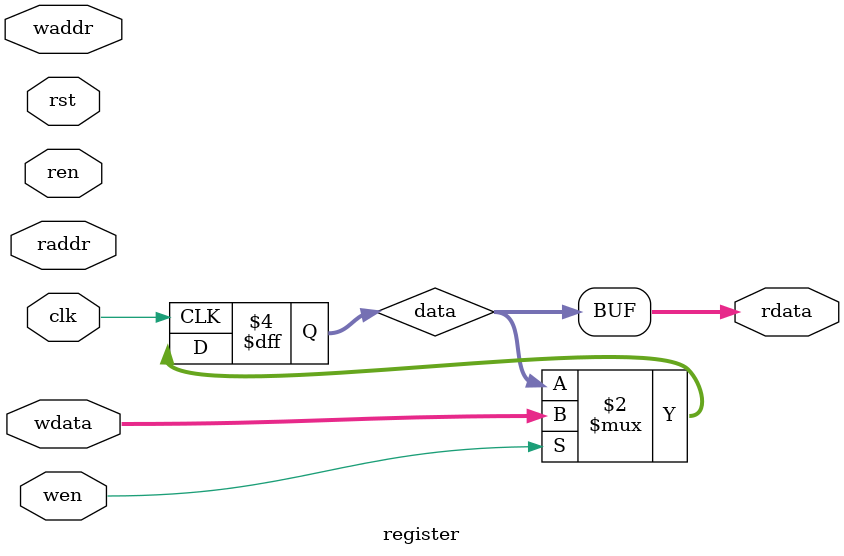
<source format=v>
module load();
endmodule // load

module store();
endmodule // store

module ne(input [31:0]  in0, input [31:0] in1, output [0:0] out);
   assign out = in0 != in1;
endmodule

module sext(input [31:0]  in, output [63:0] out);
   assign out = {32'b0, in};
endmodule

module add(input [WIDTH - 1:0]  in0, input [WIDTH - 1:0] in1, output [WIDTH - 1:0] out);
   parameter WIDTH = 1;
   
   assign out = in0 + in1;
endmodule

module sub(input [WIDTH - 1:0]  in0, input [WIDTH - 1:0] in1, output [WIDTH - 1:0] out);
   parameter WIDTH = 1;
   
   assign out = in0 - in1;
endmodule

module mul(input [WIDTH - 1:0]  in0, input [WIDTH - 1:0] in1, output [WIDTH - 1:0] out);
   parameter WIDTH = 1;
   
   assign out = in0 * in1;
endmodule

module getelementptr_1(input [31:0]  base_addr, input [31:0] in1, output [31:0] out);
   assign out = base_addr + in1;
endmodule

module getelementptr_2(input [31:0]  base_addr, input [31:0] in1, input [31:0] in2, output [31:0] out);
   assign out = base_addr + in1 + in2;
endmodule

module eq(input [31:0]  in0, input [31:0] in1, output [0:0] out);
   assign out = in0 == in1;
endmodule

module sgt(input [31:0]  in0, input [31:0] in1, output [0:0] out);
   assign out = $signed(in0) > $signed(in1);
endmodule

module slt(input [31:0]  in0, input [31:0] in1, output [0:0] out);
   assign out = $signed(in0) < $signed(in1);
endmodule

module ret();
endmodule

module phi_2(input [31:0] last_block,
             input [31:0] s0,
             input [31:0] s1,             
             input [31:0] in0,
             input [31:0] in1,
             output [31:0] out);

   reg [31:0]              out_reg;
   

    always @(*) begin
       //$display("In phi: last_block == %d, but s0 == %d, and s1 == %d", last_block, s0, s1);
      if (last_block == s0) begin
         out_reg = in0;
      end else if (last_block == s1) begin
         out_reg = in1;
      end else begin
         $display("Error: last_block == %d, but s0 == %d, and s1 == %d", last_block, s0, s1);
      end

      
      // else begin
      //    $display("Error: last_block == %d, but s0 == %d, and s1 == %d", last_block, s0, s1);
      //    $finish();
      // end

   end

   assign out = out_reg;
   
   
endmodule

module phi_3(input [31:0] last_block,
             input [31:0]  s0,
             input [31:0]  s1,
             input [31:0]  s2, 
             input [31:0]  in0,
             input [31:0]  in1,
             input [31:0]  in2,             
             output [31:0] out);

   reg [31:0]              out_reg;
   

    always @(*) begin

      if (last_block == s0) begin
         out_reg = in0;
      end else if (last_block == s1) begin
         out_reg = in1;
      end else if (last_block == s2) begin
         out_reg = in2;
      end else begin
         $display("Error: last_block == %d, but s0 == %d, and s1 == %d, and s2== %d", last_block, s0, s1, s2);
      end

   end

   assign out = out_reg;
   
   
endmodule

module br_dummy();
endmodule

module select(input sel, input [31:0] in0, input [31:0] in1, output [31:0] out);
   assign out = sel ? in1 : in0;
endmodule


module axi_write_handler(input clk,
                         input                           rst,

                         // User facing API
                         input [DATA_WIDTH - 1 : 0]      write_data,
                         input [ADDR_WIDTH - 1 : 0]      write_addr,
                         input                           start_write,

                         output                          ready,
                         output                          valid,

                         // AXI module API
                         output reg                      s_axil_awvalid,
                         output reg                      s_axil_wvalid,

                         output reg [DATA_WIDTH - 1 : 0] s_axil_wdata,
                         output reg [ADDR_WIDTH - 1 : 0] s_axil_awaddr,

                         input                           s_axil_bvalid,
                         input [1:0]                     s_axil_bresp,

                         output [STRB_WIDTH-1:0]         s_axil_wstrb,
                         output                          s_axil_bready
                        );

   parameter DATA_WIDTH = 32;
   parameter ADDR_WIDTH = 5;
   parameter STRB_WIDTH = (DATA_WIDTH/8);

   reg                         ready_reg;
   reg                         valid_reg;
   
   assign ready = ready_reg;
   assign valid = valid_reg;
   
   assign s_axil_bready = 1'b1;
   assign s_axil_wstrb = 5'b11111;
   
   always @(posedge clk) begin
      if (rst) begin
         ready_reg <= 1;
         valid_reg <= 0;

         s_axil_wvalid <= 0;
         s_axil_awvalid <= 0;

         $display("Reset");
         
      end else if (start_write) begin

         s_axil_wvalid <= 1;
         s_axil_awvalid <= 1;

         s_axil_wdata <= write_data;
         s_axil_awaddr <= {write_addr, 2'b0};

         ready_reg <= 0;
         valid_reg <= 0;

      end else if (s_axil_bvalid && (!s_axil_bresp)) begin
         $display("s_axil_bvalid = %d", s_axil_bvalid);
         
         ready_reg <= 1;
         valid_reg <= 1;

         s_axil_wvalid <= 0;
         s_axil_awvalid <= 0;
      end
   end

endmodule // axi_write_handler

module axi_read_handler(input clk,
                        input                           rst,

                        // User facing API
                        output reg [DATA_WIDTH - 1 : 0] read_data,
                        input [ADDR_WIDTH - 1 : 0]      read_addr,
                        input                           start_read,

                        output reg                      ready,
                        output reg                      valid,
                        
                        // AXI facing API
                        output reg                      s_axil_rready,
                        output reg                      s_axil_arvalid,
                        output reg [ADDR_WIDTH - 1 : 0] s_axil_araddr,

                        input                           s_axil_rvalid,
                        input [1:0]                     s_axil_rresp,
                        input                           s_axil_arready,
                        input [DATA_WIDTH - 1 : 0]      s_axil_rdata);
   
   parameter DATA_WIDTH = 32;
   parameter ADDR_WIDTH = 5;
   parameter STRB_WIDTH = (DATA_WIDTH/8);

   always @(posedge clk) begin
      $display("&&&&&&");
      $display("s_axil_rvalid   === %d", s_axil_rvalid);
      $display("s_axil_rresp    === %d", s_axil_rresp);
      $display("s_axil_arready  === %d", s_axil_arready);      
      $display("======");

      if (rst) begin
         ready <= 1;
         valid <= 0;
         s_axil_arvalid <= 0;
         s_axil_rready <= 0;
         
      end else if (start_read) begin
         valid <= 0;
         ready <= 0;

         s_axil_rready <= 1;
         s_axil_arvalid <= 1;
         s_axil_araddr <= {read_addr, 2'b0};
         
      end else if (s_axil_arready && s_axil_rvalid && (s_axil_rresp == 0)) begin
         $display("Setting read output valid, data = %d", s_axil_rdata);
         
         read_data <= s_axil_rdata;
         valid <= 1;
      end else begin
         valid <= 0;
         s_axil_arvalid <= 0;
      end
   end

endmodule // axi_read_handler

module axi_stall_manager(input clk,
                         input  rst,
                         
                         input  start_read,
                         input  start_write,

                         input  read_finished,
                         input  write_finished,

                         output should_stall);

   reg                          reading;
   reg                          writing;

   always @(posedge clk) begin
      if (rst) begin
         reading <= 0;
         writing <= 0;
      end else begin

         $display("start write  = %d", start_write);
         $display("writing      = %d", writing);         
         $display("should stall = %d", should_stall);         
         if (start_read) begin
            reading <= 1;
         end

         if (start_write) begin
            $display("writing...");
            writing <= 1;
         end

         if (read_finished) begin
            reading <= 0;
         end
         
         if (write_finished) begin
            $display("write finished");

            writing <= 0;
         end

      end
   end // always @ (posedge clk)

   assign should_stall = reading | writing;
   
endmodule // axi_stall_manager

module register(input clk, input rst, input [31:0] raddr, input [31:0] waddr, input wen, input ren, input [31:0] wdata, output [31:0] rdata);

   reg [31:0] data;

   always @(posedge clk) begin
      if (wen) begin
         data <= wdata;
         //$display("writing %d to register", wdata);
      end

      //$display("on clock data = %d", data);      
   end
   
   assign rdata = data;
   
endmodule


</source>
